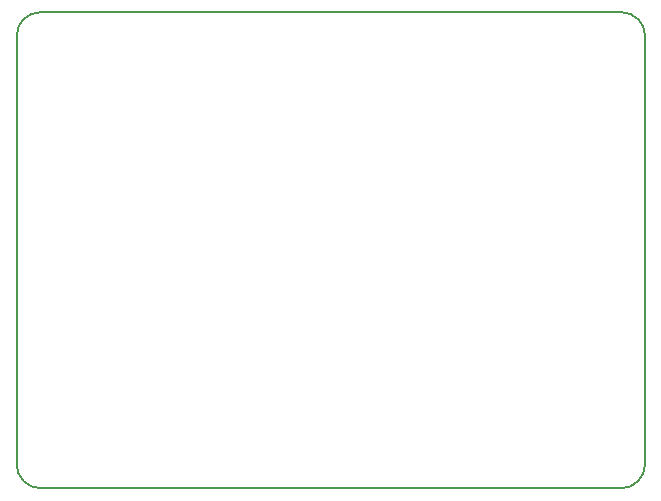
<source format=gm1>
G04 #@! TF.FileFunction,Profile,NP*
%FSLAX46Y46*%
G04 Gerber Fmt 4.6, Leading zero omitted, Abs format (unit mm)*
G04 Created by KiCad (PCBNEW 4.0.4-stable) date Thursday, September 28, 2017 'AMt' 07:06:15 AM*
%MOMM*%
%LPD*%
G01*
G04 APERTURE LIST*
%ADD10C,0.100000*%
%ADD11C,0.150000*%
G04 APERTURE END LIST*
D10*
D11*
X88099999Y-130999999D02*
G75*
G03X90100000Y-133000000I2000001J0D01*
G01*
X90100000Y-92700000D02*
G75*
G03X88100000Y-94700000I0J-2000000D01*
G01*
X139300000Y-133000000D02*
G75*
G03X141300000Y-131000000I0J2000000D01*
G01*
X141300000Y-94700000D02*
G75*
G03X139300000Y-92700000I-2000000J0D01*
G01*
X88100000Y-131000000D02*
X88100000Y-94700000D01*
X139300000Y-133000000D02*
X90100000Y-133000000D01*
X141300000Y-94700000D02*
X141300000Y-131000000D01*
X90100000Y-92700000D02*
X139300000Y-92700000D01*
M02*

</source>
